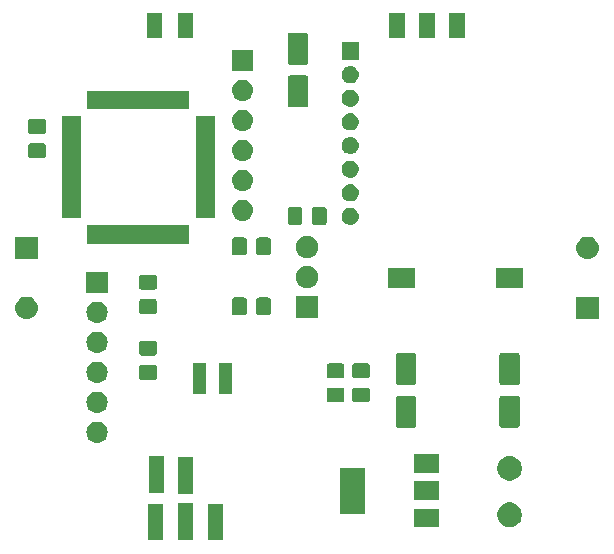
<source format=gbr>
G04 #@! TF.GenerationSoftware,KiCad,Pcbnew,(5.1.4)-1*
G04 #@! TF.CreationDate,2019-09-20T08:24:21+02:00*
G04 #@! TF.ProjectId,hb-rc-2-pbu-led,68622d72-632d-4322-9d70-62752d6c6564,rev?*
G04 #@! TF.SameCoordinates,Original*
G04 #@! TF.FileFunction,Soldermask,Top*
G04 #@! TF.FilePolarity,Negative*
%FSLAX46Y46*%
G04 Gerber Fmt 4.6, Leading zero omitted, Abs format (unit mm)*
G04 Created by KiCad (PCBNEW (5.1.4)-1) date 2019-09-20 08:24:21*
%MOMM*%
%LPD*%
G04 APERTURE LIST*
%ADD10C,0.100000*%
G04 APERTURE END LIST*
D10*
G36*
X95139000Y-97778900D02*
G01*
X93837000Y-97778900D01*
X93837000Y-94676900D01*
X95139000Y-94676900D01*
X95139000Y-97778900D01*
X95139000Y-97778900D01*
G37*
G36*
X90033600Y-97778900D02*
G01*
X88731600Y-97778900D01*
X88731600Y-94676900D01*
X90033600Y-94676900D01*
X90033600Y-97778900D01*
X90033600Y-97778900D01*
G37*
G36*
X92573600Y-97766200D02*
G01*
X91271600Y-97766200D01*
X91271600Y-94664200D01*
X92573600Y-94664200D01*
X92573600Y-97766200D01*
X92573600Y-97766200D01*
G37*
G36*
X113421000Y-96700000D02*
G01*
X111319000Y-96700000D01*
X111319000Y-95098000D01*
X113421000Y-95098000D01*
X113421000Y-96700000D01*
X113421000Y-96700000D01*
G37*
G36*
X119686564Y-94620389D02*
G01*
X119877833Y-94699615D01*
X119877835Y-94699616D01*
X120049973Y-94814635D01*
X120196365Y-94961027D01*
X120311385Y-95133167D01*
X120390611Y-95324436D01*
X120431000Y-95527484D01*
X120431000Y-95734516D01*
X120390611Y-95937564D01*
X120311385Y-96128833D01*
X120311384Y-96128835D01*
X120196365Y-96300973D01*
X120049973Y-96447365D01*
X119877835Y-96562384D01*
X119877834Y-96562385D01*
X119877833Y-96562385D01*
X119686564Y-96641611D01*
X119483516Y-96682000D01*
X119276484Y-96682000D01*
X119073436Y-96641611D01*
X118882167Y-96562385D01*
X118882166Y-96562385D01*
X118882165Y-96562384D01*
X118710027Y-96447365D01*
X118563635Y-96300973D01*
X118448616Y-96128835D01*
X118448615Y-96128833D01*
X118369389Y-95937564D01*
X118329000Y-95734516D01*
X118329000Y-95527484D01*
X118369389Y-95324436D01*
X118448615Y-95133167D01*
X118563635Y-94961027D01*
X118710027Y-94814635D01*
X118882165Y-94699616D01*
X118882167Y-94699615D01*
X119073436Y-94620389D01*
X119276484Y-94580000D01*
X119483516Y-94580000D01*
X119686564Y-94620389D01*
X119686564Y-94620389D01*
G37*
G36*
X107121000Y-95550000D02*
G01*
X105019000Y-95550000D01*
X105019000Y-91648000D01*
X107121000Y-91648000D01*
X107121000Y-95550000D01*
X107121000Y-95550000D01*
G37*
G36*
X113421000Y-94400000D02*
G01*
X111319000Y-94400000D01*
X111319000Y-92798000D01*
X113421000Y-92798000D01*
X113421000Y-94400000D01*
X113421000Y-94400000D01*
G37*
G36*
X92573600Y-93829200D02*
G01*
X91271600Y-93829200D01*
X91271600Y-90727200D01*
X92573600Y-90727200D01*
X92573600Y-93829200D01*
X92573600Y-93829200D01*
G37*
G36*
X90160600Y-93753000D02*
G01*
X88858600Y-93753000D01*
X88858600Y-90651000D01*
X90160600Y-90651000D01*
X90160600Y-93753000D01*
X90160600Y-93753000D01*
G37*
G36*
X119686564Y-90683389D02*
G01*
X119792333Y-90727200D01*
X119877835Y-90762616D01*
X120049973Y-90877635D01*
X120196365Y-91024027D01*
X120311385Y-91196167D01*
X120390611Y-91387436D01*
X120431000Y-91590484D01*
X120431000Y-91797516D01*
X120390611Y-92000564D01*
X120349423Y-92100000D01*
X120311384Y-92191835D01*
X120196365Y-92363973D01*
X120049973Y-92510365D01*
X119877835Y-92625384D01*
X119877834Y-92625385D01*
X119877833Y-92625385D01*
X119686564Y-92704611D01*
X119483516Y-92745000D01*
X119276484Y-92745000D01*
X119073436Y-92704611D01*
X118882167Y-92625385D01*
X118882166Y-92625385D01*
X118882165Y-92625384D01*
X118710027Y-92510365D01*
X118563635Y-92363973D01*
X118448616Y-92191835D01*
X118410577Y-92100000D01*
X118369389Y-92000564D01*
X118329000Y-91797516D01*
X118329000Y-91590484D01*
X118369389Y-91387436D01*
X118448615Y-91196167D01*
X118563635Y-91024027D01*
X118710027Y-90877635D01*
X118882165Y-90762616D01*
X118967667Y-90727200D01*
X119073436Y-90683389D01*
X119276484Y-90643000D01*
X119483516Y-90643000D01*
X119686564Y-90683389D01*
X119686564Y-90683389D01*
G37*
G36*
X113421000Y-92100000D02*
G01*
X111319000Y-92100000D01*
X111319000Y-90498000D01*
X113421000Y-90498000D01*
X113421000Y-92100000D01*
X113421000Y-92100000D01*
G37*
G36*
X84565442Y-87751518D02*
G01*
X84631627Y-87758037D01*
X84801466Y-87809557D01*
X84957991Y-87893222D01*
X84993729Y-87922552D01*
X85095186Y-88005814D01*
X85169196Y-88095997D01*
X85207778Y-88143009D01*
X85291443Y-88299534D01*
X85342963Y-88469373D01*
X85360359Y-88646000D01*
X85342963Y-88822627D01*
X85291443Y-88992466D01*
X85207778Y-89148991D01*
X85178448Y-89184729D01*
X85095186Y-89286186D01*
X84993729Y-89369448D01*
X84957991Y-89398778D01*
X84801466Y-89482443D01*
X84631627Y-89533963D01*
X84565442Y-89540482D01*
X84499260Y-89547000D01*
X84410740Y-89547000D01*
X84344558Y-89540482D01*
X84278373Y-89533963D01*
X84108534Y-89482443D01*
X83952009Y-89398778D01*
X83916271Y-89369448D01*
X83814814Y-89286186D01*
X83731552Y-89184729D01*
X83702222Y-89148991D01*
X83618557Y-88992466D01*
X83567037Y-88822627D01*
X83549641Y-88646000D01*
X83567037Y-88469373D01*
X83618557Y-88299534D01*
X83702222Y-88143009D01*
X83740804Y-88095997D01*
X83814814Y-88005814D01*
X83916271Y-87922552D01*
X83952009Y-87893222D01*
X84108534Y-87809557D01*
X84278373Y-87758037D01*
X84344558Y-87751518D01*
X84410740Y-87745000D01*
X84499260Y-87745000D01*
X84565442Y-87751518D01*
X84565442Y-87751518D01*
G37*
G36*
X120085997Y-85543051D02*
G01*
X120119652Y-85553261D01*
X120150665Y-85569838D01*
X120177851Y-85592149D01*
X120200162Y-85619335D01*
X120216739Y-85650348D01*
X120226949Y-85684003D01*
X120231000Y-85725138D01*
X120231000Y-88054862D01*
X120226949Y-88095997D01*
X120216739Y-88129652D01*
X120200162Y-88160665D01*
X120177851Y-88187851D01*
X120150665Y-88210162D01*
X120119652Y-88226739D01*
X120085997Y-88236949D01*
X120044862Y-88241000D01*
X118715138Y-88241000D01*
X118674003Y-88236949D01*
X118640348Y-88226739D01*
X118609335Y-88210162D01*
X118582149Y-88187851D01*
X118559838Y-88160665D01*
X118543261Y-88129652D01*
X118533051Y-88095997D01*
X118529000Y-88054862D01*
X118529000Y-85725138D01*
X118533051Y-85684003D01*
X118543261Y-85650348D01*
X118559838Y-85619335D01*
X118582149Y-85592149D01*
X118609335Y-85569838D01*
X118640348Y-85553261D01*
X118674003Y-85543051D01*
X118715138Y-85539000D01*
X120044862Y-85539000D01*
X120085997Y-85543051D01*
X120085997Y-85543051D01*
G37*
G36*
X111322997Y-85543051D02*
G01*
X111356652Y-85553261D01*
X111387665Y-85569838D01*
X111414851Y-85592149D01*
X111437162Y-85619335D01*
X111453739Y-85650348D01*
X111463949Y-85684003D01*
X111468000Y-85725138D01*
X111468000Y-88054862D01*
X111463949Y-88095997D01*
X111453739Y-88129652D01*
X111437162Y-88160665D01*
X111414851Y-88187851D01*
X111387665Y-88210162D01*
X111356652Y-88226739D01*
X111322997Y-88236949D01*
X111281862Y-88241000D01*
X109952138Y-88241000D01*
X109911003Y-88236949D01*
X109877348Y-88226739D01*
X109846335Y-88210162D01*
X109819149Y-88187851D01*
X109796838Y-88160665D01*
X109780261Y-88129652D01*
X109770051Y-88095997D01*
X109766000Y-88054862D01*
X109766000Y-85725138D01*
X109770051Y-85684003D01*
X109780261Y-85650348D01*
X109796838Y-85619335D01*
X109819149Y-85592149D01*
X109846335Y-85569838D01*
X109877348Y-85553261D01*
X109911003Y-85543051D01*
X109952138Y-85539000D01*
X111281862Y-85539000D01*
X111322997Y-85543051D01*
X111322997Y-85543051D01*
G37*
G36*
X84565443Y-85211519D02*
G01*
X84631627Y-85218037D01*
X84801466Y-85269557D01*
X84957991Y-85353222D01*
X84993729Y-85382552D01*
X85095186Y-85465814D01*
X85166951Y-85553261D01*
X85207778Y-85603009D01*
X85291443Y-85759534D01*
X85342963Y-85929373D01*
X85360359Y-86106000D01*
X85342963Y-86282627D01*
X85291443Y-86452466D01*
X85207778Y-86608991D01*
X85178448Y-86644729D01*
X85095186Y-86746186D01*
X84993729Y-86829448D01*
X84957991Y-86858778D01*
X84801466Y-86942443D01*
X84631627Y-86993963D01*
X84565442Y-87000482D01*
X84499260Y-87007000D01*
X84410740Y-87007000D01*
X84344558Y-87000482D01*
X84278373Y-86993963D01*
X84108534Y-86942443D01*
X83952009Y-86858778D01*
X83916271Y-86829448D01*
X83814814Y-86746186D01*
X83731552Y-86644729D01*
X83702222Y-86608991D01*
X83618557Y-86452466D01*
X83567037Y-86282627D01*
X83549641Y-86106000D01*
X83567037Y-85929373D01*
X83618557Y-85759534D01*
X83702222Y-85603009D01*
X83743049Y-85553261D01*
X83814814Y-85465814D01*
X83916271Y-85382552D01*
X83952009Y-85353222D01*
X84108534Y-85269557D01*
X84278373Y-85218037D01*
X84344557Y-85211519D01*
X84410740Y-85205000D01*
X84499260Y-85205000D01*
X84565443Y-85211519D01*
X84565443Y-85211519D01*
G37*
G36*
X107395674Y-84858465D02*
G01*
X107433367Y-84869899D01*
X107468103Y-84888466D01*
X107498548Y-84913452D01*
X107523534Y-84943897D01*
X107542101Y-84978633D01*
X107553535Y-85016326D01*
X107558000Y-85061661D01*
X107558000Y-85898339D01*
X107553535Y-85943674D01*
X107542101Y-85981367D01*
X107523534Y-86016103D01*
X107498548Y-86046548D01*
X107468103Y-86071534D01*
X107433367Y-86090101D01*
X107395674Y-86101535D01*
X107350339Y-86106000D01*
X106263661Y-86106000D01*
X106218326Y-86101535D01*
X106180633Y-86090101D01*
X106145897Y-86071534D01*
X106115452Y-86046548D01*
X106090466Y-86016103D01*
X106071899Y-85981367D01*
X106060465Y-85943674D01*
X106056000Y-85898339D01*
X106056000Y-85061661D01*
X106060465Y-85016326D01*
X106071899Y-84978633D01*
X106090466Y-84943897D01*
X106115452Y-84913452D01*
X106145897Y-84888466D01*
X106180633Y-84869899D01*
X106218326Y-84858465D01*
X106263661Y-84854000D01*
X107350339Y-84854000D01*
X107395674Y-84858465D01*
X107395674Y-84858465D01*
G37*
G36*
X105236674Y-84858465D02*
G01*
X105274367Y-84869899D01*
X105309103Y-84888466D01*
X105339548Y-84913452D01*
X105364534Y-84943897D01*
X105383101Y-84978633D01*
X105394535Y-85016326D01*
X105399000Y-85061661D01*
X105399000Y-85898339D01*
X105394535Y-85943674D01*
X105383101Y-85981367D01*
X105364534Y-86016103D01*
X105339548Y-86046548D01*
X105309103Y-86071534D01*
X105274367Y-86090101D01*
X105236674Y-86101535D01*
X105191339Y-86106000D01*
X104104661Y-86106000D01*
X104059326Y-86101535D01*
X104021633Y-86090101D01*
X103986897Y-86071534D01*
X103956452Y-86046548D01*
X103931466Y-86016103D01*
X103912899Y-85981367D01*
X103901465Y-85943674D01*
X103897000Y-85898339D01*
X103897000Y-85061661D01*
X103901465Y-85016326D01*
X103912899Y-84978633D01*
X103931466Y-84943897D01*
X103956452Y-84913452D01*
X103986897Y-84888466D01*
X104021633Y-84869899D01*
X104059326Y-84858465D01*
X104104661Y-84854000D01*
X105191339Y-84854000D01*
X105236674Y-84858465D01*
X105236674Y-84858465D01*
G37*
G36*
X95915000Y-85400000D02*
G01*
X94753000Y-85400000D01*
X94753000Y-82748000D01*
X95915000Y-82748000D01*
X95915000Y-85400000D01*
X95915000Y-85400000D01*
G37*
G36*
X93715000Y-85400000D02*
G01*
X92553000Y-85400000D01*
X92553000Y-82748000D01*
X93715000Y-82748000D01*
X93715000Y-85400000D01*
X93715000Y-85400000D01*
G37*
G36*
X111322997Y-81943051D02*
G01*
X111356652Y-81953261D01*
X111387665Y-81969838D01*
X111414851Y-81992149D01*
X111437162Y-82019335D01*
X111453739Y-82050348D01*
X111463949Y-82084003D01*
X111468000Y-82125138D01*
X111468000Y-84454862D01*
X111463949Y-84495997D01*
X111453739Y-84529652D01*
X111437162Y-84560665D01*
X111414851Y-84587851D01*
X111387665Y-84610162D01*
X111356652Y-84626739D01*
X111322997Y-84636949D01*
X111281862Y-84641000D01*
X109952138Y-84641000D01*
X109911003Y-84636949D01*
X109877348Y-84626739D01*
X109846335Y-84610162D01*
X109819149Y-84587851D01*
X109796838Y-84560665D01*
X109780261Y-84529652D01*
X109770051Y-84495997D01*
X109766000Y-84454862D01*
X109766000Y-82125138D01*
X109770051Y-82084003D01*
X109780261Y-82050348D01*
X109796838Y-82019335D01*
X109819149Y-81992149D01*
X109846335Y-81969838D01*
X109877348Y-81953261D01*
X109911003Y-81943051D01*
X109952138Y-81939000D01*
X111281862Y-81939000D01*
X111322997Y-81943051D01*
X111322997Y-81943051D01*
G37*
G36*
X120085997Y-81943051D02*
G01*
X120119652Y-81953261D01*
X120150665Y-81969838D01*
X120177851Y-81992149D01*
X120200162Y-82019335D01*
X120216739Y-82050348D01*
X120226949Y-82084003D01*
X120231000Y-82125138D01*
X120231000Y-84454862D01*
X120226949Y-84495997D01*
X120216739Y-84529652D01*
X120200162Y-84560665D01*
X120177851Y-84587851D01*
X120150665Y-84610162D01*
X120119652Y-84626739D01*
X120085997Y-84636949D01*
X120044862Y-84641000D01*
X118715138Y-84641000D01*
X118674003Y-84636949D01*
X118640348Y-84626739D01*
X118609335Y-84610162D01*
X118582149Y-84587851D01*
X118559838Y-84560665D01*
X118543261Y-84529652D01*
X118533051Y-84495997D01*
X118529000Y-84454862D01*
X118529000Y-82125138D01*
X118533051Y-82084003D01*
X118543261Y-82050348D01*
X118559838Y-82019335D01*
X118582149Y-81992149D01*
X118609335Y-81969838D01*
X118640348Y-81953261D01*
X118674003Y-81943051D01*
X118715138Y-81939000D01*
X120044862Y-81939000D01*
X120085997Y-81943051D01*
X120085997Y-81943051D01*
G37*
G36*
X84565442Y-82671518D02*
G01*
X84631627Y-82678037D01*
X84801466Y-82729557D01*
X84957991Y-82813222D01*
X84988751Y-82838466D01*
X85095186Y-82925814D01*
X85172250Y-83019718D01*
X85207778Y-83063009D01*
X85291443Y-83219534D01*
X85342963Y-83389373D01*
X85360359Y-83566000D01*
X85342963Y-83742627D01*
X85291443Y-83912466D01*
X85207778Y-84068991D01*
X85180603Y-84102103D01*
X85095186Y-84206186D01*
X84993729Y-84289448D01*
X84957991Y-84318778D01*
X84801466Y-84402443D01*
X84631627Y-84453963D01*
X84565443Y-84460481D01*
X84499260Y-84467000D01*
X84410740Y-84467000D01*
X84344557Y-84460481D01*
X84278373Y-84453963D01*
X84108534Y-84402443D01*
X83952009Y-84318778D01*
X83916271Y-84289448D01*
X83814814Y-84206186D01*
X83729397Y-84102103D01*
X83702222Y-84068991D01*
X83618557Y-83912466D01*
X83567037Y-83742627D01*
X83549641Y-83566000D01*
X83567037Y-83389373D01*
X83618557Y-83219534D01*
X83702222Y-83063009D01*
X83737750Y-83019718D01*
X83814814Y-82925814D01*
X83921249Y-82838466D01*
X83952009Y-82813222D01*
X84108534Y-82729557D01*
X84278373Y-82678037D01*
X84344558Y-82671518D01*
X84410740Y-82665000D01*
X84499260Y-82665000D01*
X84565442Y-82671518D01*
X84565442Y-82671518D01*
G37*
G36*
X89361674Y-82944465D02*
G01*
X89399367Y-82955899D01*
X89434103Y-82974466D01*
X89464548Y-82999452D01*
X89489534Y-83029897D01*
X89508101Y-83064633D01*
X89519535Y-83102326D01*
X89524000Y-83147661D01*
X89524000Y-83984339D01*
X89519535Y-84029674D01*
X89508101Y-84067367D01*
X89489534Y-84102103D01*
X89464548Y-84132548D01*
X89434103Y-84157534D01*
X89399367Y-84176101D01*
X89361674Y-84187535D01*
X89316339Y-84192000D01*
X88229661Y-84192000D01*
X88184326Y-84187535D01*
X88146633Y-84176101D01*
X88111897Y-84157534D01*
X88081452Y-84132548D01*
X88056466Y-84102103D01*
X88037899Y-84067367D01*
X88026465Y-84029674D01*
X88022000Y-83984339D01*
X88022000Y-83147661D01*
X88026465Y-83102326D01*
X88037899Y-83064633D01*
X88056466Y-83029897D01*
X88081452Y-82999452D01*
X88111897Y-82974466D01*
X88146633Y-82955899D01*
X88184326Y-82944465D01*
X88229661Y-82940000D01*
X89316339Y-82940000D01*
X89361674Y-82944465D01*
X89361674Y-82944465D01*
G37*
G36*
X105236674Y-82808465D02*
G01*
X105274367Y-82819899D01*
X105309103Y-82838466D01*
X105339548Y-82863452D01*
X105364534Y-82893897D01*
X105383101Y-82928633D01*
X105394535Y-82966326D01*
X105399000Y-83011661D01*
X105399000Y-83848339D01*
X105394535Y-83893674D01*
X105383101Y-83931367D01*
X105364534Y-83966103D01*
X105339548Y-83996548D01*
X105309103Y-84021534D01*
X105274367Y-84040101D01*
X105236674Y-84051535D01*
X105191339Y-84056000D01*
X104104661Y-84056000D01*
X104059326Y-84051535D01*
X104021633Y-84040101D01*
X103986897Y-84021534D01*
X103956452Y-83996548D01*
X103931466Y-83966103D01*
X103912899Y-83931367D01*
X103901465Y-83893674D01*
X103897000Y-83848339D01*
X103897000Y-83011661D01*
X103901465Y-82966326D01*
X103912899Y-82928633D01*
X103931466Y-82893897D01*
X103956452Y-82863452D01*
X103986897Y-82838466D01*
X104021633Y-82819899D01*
X104059326Y-82808465D01*
X104104661Y-82804000D01*
X105191339Y-82804000D01*
X105236674Y-82808465D01*
X105236674Y-82808465D01*
G37*
G36*
X107395674Y-82808465D02*
G01*
X107433367Y-82819899D01*
X107468103Y-82838466D01*
X107498548Y-82863452D01*
X107523534Y-82893897D01*
X107542101Y-82928633D01*
X107553535Y-82966326D01*
X107558000Y-83011661D01*
X107558000Y-83848339D01*
X107553535Y-83893674D01*
X107542101Y-83931367D01*
X107523534Y-83966103D01*
X107498548Y-83996548D01*
X107468103Y-84021534D01*
X107433367Y-84040101D01*
X107395674Y-84051535D01*
X107350339Y-84056000D01*
X106263661Y-84056000D01*
X106218326Y-84051535D01*
X106180633Y-84040101D01*
X106145897Y-84021534D01*
X106115452Y-83996548D01*
X106090466Y-83966103D01*
X106071899Y-83931367D01*
X106060465Y-83893674D01*
X106056000Y-83848339D01*
X106056000Y-83011661D01*
X106060465Y-82966326D01*
X106071899Y-82928633D01*
X106090466Y-82893897D01*
X106115452Y-82863452D01*
X106145897Y-82838466D01*
X106180633Y-82819899D01*
X106218326Y-82808465D01*
X106263661Y-82804000D01*
X107350339Y-82804000D01*
X107395674Y-82808465D01*
X107395674Y-82808465D01*
G37*
G36*
X89361674Y-80894465D02*
G01*
X89399367Y-80905899D01*
X89434103Y-80924466D01*
X89464548Y-80949452D01*
X89489534Y-80979897D01*
X89508101Y-81014633D01*
X89519535Y-81052326D01*
X89524000Y-81097661D01*
X89524000Y-81934339D01*
X89519535Y-81979674D01*
X89508101Y-82017367D01*
X89489534Y-82052103D01*
X89464548Y-82082548D01*
X89434103Y-82107534D01*
X89399367Y-82126101D01*
X89361674Y-82137535D01*
X89316339Y-82142000D01*
X88229661Y-82142000D01*
X88184326Y-82137535D01*
X88146633Y-82126101D01*
X88111897Y-82107534D01*
X88081452Y-82082548D01*
X88056466Y-82052103D01*
X88037899Y-82017367D01*
X88026465Y-81979674D01*
X88022000Y-81934339D01*
X88022000Y-81097661D01*
X88026465Y-81052326D01*
X88037899Y-81014633D01*
X88056466Y-80979897D01*
X88081452Y-80949452D01*
X88111897Y-80924466D01*
X88146633Y-80905899D01*
X88184326Y-80894465D01*
X88229661Y-80890000D01*
X89316339Y-80890000D01*
X89361674Y-80894465D01*
X89361674Y-80894465D01*
G37*
G36*
X84565443Y-80131519D02*
G01*
X84631627Y-80138037D01*
X84801466Y-80189557D01*
X84957991Y-80273222D01*
X84993729Y-80302552D01*
X85095186Y-80385814D01*
X85178448Y-80487271D01*
X85207778Y-80523009D01*
X85291443Y-80679534D01*
X85342963Y-80849373D01*
X85360359Y-81026000D01*
X85342963Y-81202627D01*
X85291443Y-81372466D01*
X85207778Y-81528991D01*
X85178448Y-81564729D01*
X85095186Y-81666186D01*
X84993729Y-81749448D01*
X84957991Y-81778778D01*
X84801466Y-81862443D01*
X84631627Y-81913963D01*
X84565442Y-81920482D01*
X84499260Y-81927000D01*
X84410740Y-81927000D01*
X84344558Y-81920482D01*
X84278373Y-81913963D01*
X84108534Y-81862443D01*
X83952009Y-81778778D01*
X83916271Y-81749448D01*
X83814814Y-81666186D01*
X83731552Y-81564729D01*
X83702222Y-81528991D01*
X83618557Y-81372466D01*
X83567037Y-81202627D01*
X83549641Y-81026000D01*
X83567037Y-80849373D01*
X83618557Y-80679534D01*
X83702222Y-80523009D01*
X83731552Y-80487271D01*
X83814814Y-80385814D01*
X83916271Y-80302552D01*
X83952009Y-80273222D01*
X84108534Y-80189557D01*
X84278373Y-80138037D01*
X84344557Y-80131519D01*
X84410740Y-80125000D01*
X84499260Y-80125000D01*
X84565443Y-80131519D01*
X84565443Y-80131519D01*
G37*
G36*
X84565442Y-77591518D02*
G01*
X84631627Y-77598037D01*
X84801466Y-77649557D01*
X84957991Y-77733222D01*
X84993729Y-77762552D01*
X85095186Y-77845814D01*
X85178448Y-77947271D01*
X85207778Y-77983009D01*
X85291443Y-78139534D01*
X85342963Y-78309373D01*
X85360359Y-78486000D01*
X85342963Y-78662627D01*
X85291443Y-78832466D01*
X85207778Y-78988991D01*
X85178448Y-79024729D01*
X85095186Y-79126186D01*
X84993729Y-79209448D01*
X84957991Y-79238778D01*
X84801466Y-79322443D01*
X84631627Y-79373963D01*
X84565442Y-79380482D01*
X84499260Y-79387000D01*
X84410740Y-79387000D01*
X84344558Y-79380482D01*
X84278373Y-79373963D01*
X84108534Y-79322443D01*
X83952009Y-79238778D01*
X83916271Y-79209448D01*
X83814814Y-79126186D01*
X83731552Y-79024729D01*
X83702222Y-78988991D01*
X83618557Y-78832466D01*
X83567037Y-78662627D01*
X83549641Y-78486000D01*
X83567037Y-78309373D01*
X83618557Y-78139534D01*
X83702222Y-77983009D01*
X83731552Y-77947271D01*
X83814814Y-77845814D01*
X83916271Y-77762552D01*
X83952009Y-77733222D01*
X84108534Y-77649557D01*
X84278373Y-77598037D01*
X84344558Y-77591518D01*
X84410740Y-77585000D01*
X84499260Y-77585000D01*
X84565442Y-77591518D01*
X84565442Y-77591518D01*
G37*
G36*
X78672425Y-77167760D02*
G01*
X78672428Y-77167761D01*
X78672429Y-77167761D01*
X78851693Y-77222140D01*
X78851696Y-77222142D01*
X78851697Y-77222142D01*
X79016903Y-77310446D01*
X79161712Y-77429288D01*
X79280554Y-77574097D01*
X79368858Y-77739303D01*
X79368860Y-77739307D01*
X79423239Y-77918571D01*
X79423240Y-77918575D01*
X79441601Y-78105000D01*
X79423240Y-78291425D01*
X79423239Y-78291428D01*
X79423239Y-78291429D01*
X79368860Y-78470693D01*
X79368858Y-78470696D01*
X79368858Y-78470697D01*
X79280554Y-78635903D01*
X79161712Y-78780712D01*
X79016903Y-78899554D01*
X78851697Y-78987858D01*
X78851693Y-78987860D01*
X78672429Y-79042239D01*
X78672428Y-79042239D01*
X78672425Y-79042240D01*
X78532718Y-79056000D01*
X78439282Y-79056000D01*
X78299575Y-79042240D01*
X78299572Y-79042239D01*
X78299571Y-79042239D01*
X78120307Y-78987860D01*
X78120303Y-78987858D01*
X77955097Y-78899554D01*
X77810288Y-78780712D01*
X77691446Y-78635903D01*
X77603142Y-78470697D01*
X77603142Y-78470696D01*
X77603140Y-78470693D01*
X77548761Y-78291429D01*
X77548761Y-78291428D01*
X77548760Y-78291425D01*
X77530399Y-78105000D01*
X77548760Y-77918575D01*
X77548761Y-77918571D01*
X77603140Y-77739307D01*
X77603142Y-77739303D01*
X77691446Y-77574097D01*
X77810288Y-77429288D01*
X77955097Y-77310446D01*
X78120303Y-77222142D01*
X78120304Y-77222142D01*
X78120307Y-77222140D01*
X78299571Y-77167761D01*
X78299572Y-77167761D01*
X78299575Y-77167760D01*
X78439282Y-77154000D01*
X78532718Y-77154000D01*
X78672425Y-77167760D01*
X78672425Y-77167760D01*
G37*
G36*
X126935000Y-79056000D02*
G01*
X125033000Y-79056000D01*
X125033000Y-77154000D01*
X126935000Y-77154000D01*
X126935000Y-79056000D01*
X126935000Y-79056000D01*
G37*
G36*
X103186000Y-78979800D02*
G01*
X101284000Y-78979800D01*
X101284000Y-77077800D01*
X103186000Y-77077800D01*
X103186000Y-78979800D01*
X103186000Y-78979800D01*
G37*
G36*
X96965674Y-77231465D02*
G01*
X97003367Y-77242899D01*
X97038103Y-77261466D01*
X97068548Y-77286452D01*
X97093534Y-77316897D01*
X97112101Y-77351633D01*
X97123535Y-77389326D01*
X97128000Y-77434661D01*
X97128000Y-78521339D01*
X97123535Y-78566674D01*
X97112101Y-78604367D01*
X97093534Y-78639103D01*
X97068548Y-78669548D01*
X97038103Y-78694534D01*
X97003367Y-78713101D01*
X96965674Y-78724535D01*
X96920339Y-78729000D01*
X96083661Y-78729000D01*
X96038326Y-78724535D01*
X96000633Y-78713101D01*
X95965897Y-78694534D01*
X95935452Y-78669548D01*
X95910466Y-78639103D01*
X95891899Y-78604367D01*
X95880465Y-78566674D01*
X95876000Y-78521339D01*
X95876000Y-77434661D01*
X95880465Y-77389326D01*
X95891899Y-77351633D01*
X95910466Y-77316897D01*
X95935452Y-77286452D01*
X95965897Y-77261466D01*
X96000633Y-77242899D01*
X96038326Y-77231465D01*
X96083661Y-77227000D01*
X96920339Y-77227000D01*
X96965674Y-77231465D01*
X96965674Y-77231465D01*
G37*
G36*
X99015674Y-77231465D02*
G01*
X99053367Y-77242899D01*
X99088103Y-77261466D01*
X99118548Y-77286452D01*
X99143534Y-77316897D01*
X99162101Y-77351633D01*
X99173535Y-77389326D01*
X99178000Y-77434661D01*
X99178000Y-78521339D01*
X99173535Y-78566674D01*
X99162101Y-78604367D01*
X99143534Y-78639103D01*
X99118548Y-78669548D01*
X99088103Y-78694534D01*
X99053367Y-78713101D01*
X99015674Y-78724535D01*
X98970339Y-78729000D01*
X98133661Y-78729000D01*
X98088326Y-78724535D01*
X98050633Y-78713101D01*
X98015897Y-78694534D01*
X97985452Y-78669548D01*
X97960466Y-78639103D01*
X97941899Y-78604367D01*
X97930465Y-78566674D01*
X97926000Y-78521339D01*
X97926000Y-77434661D01*
X97930465Y-77389326D01*
X97941899Y-77351633D01*
X97960466Y-77316897D01*
X97985452Y-77286452D01*
X98015897Y-77261466D01*
X98050633Y-77242899D01*
X98088326Y-77231465D01*
X98133661Y-77227000D01*
X98970339Y-77227000D01*
X99015674Y-77231465D01*
X99015674Y-77231465D01*
G37*
G36*
X89361674Y-77365465D02*
G01*
X89399367Y-77376899D01*
X89434103Y-77395466D01*
X89464548Y-77420452D01*
X89489534Y-77450897D01*
X89508101Y-77485633D01*
X89519535Y-77523326D01*
X89524000Y-77568661D01*
X89524000Y-78405339D01*
X89519535Y-78450674D01*
X89508101Y-78488367D01*
X89489534Y-78523103D01*
X89464548Y-78553548D01*
X89434103Y-78578534D01*
X89399367Y-78597101D01*
X89361674Y-78608535D01*
X89316339Y-78613000D01*
X88229661Y-78613000D01*
X88184326Y-78608535D01*
X88146633Y-78597101D01*
X88111897Y-78578534D01*
X88081452Y-78553548D01*
X88056466Y-78523103D01*
X88037899Y-78488367D01*
X88026465Y-78450674D01*
X88022000Y-78405339D01*
X88022000Y-77568661D01*
X88026465Y-77523326D01*
X88037899Y-77485633D01*
X88056466Y-77450897D01*
X88081452Y-77420452D01*
X88111897Y-77395466D01*
X88146633Y-77376899D01*
X88184326Y-77365465D01*
X88229661Y-77361000D01*
X89316339Y-77361000D01*
X89361674Y-77365465D01*
X89361674Y-77365465D01*
G37*
G36*
X85356000Y-76847000D02*
G01*
X83554000Y-76847000D01*
X83554000Y-75045000D01*
X85356000Y-75045000D01*
X85356000Y-76847000D01*
X85356000Y-76847000D01*
G37*
G36*
X89361674Y-75315465D02*
G01*
X89399367Y-75326899D01*
X89434103Y-75345466D01*
X89464548Y-75370452D01*
X89489534Y-75400897D01*
X89508101Y-75435633D01*
X89519535Y-75473326D01*
X89524000Y-75518661D01*
X89524000Y-76355339D01*
X89519535Y-76400674D01*
X89508101Y-76438367D01*
X89489534Y-76473103D01*
X89464548Y-76503548D01*
X89434103Y-76528534D01*
X89399367Y-76547101D01*
X89361674Y-76558535D01*
X89316339Y-76563000D01*
X88229661Y-76563000D01*
X88184326Y-76558535D01*
X88146633Y-76547101D01*
X88111897Y-76528534D01*
X88081452Y-76503548D01*
X88056466Y-76473103D01*
X88037899Y-76438367D01*
X88026465Y-76400674D01*
X88022000Y-76355339D01*
X88022000Y-75518661D01*
X88026465Y-75473326D01*
X88037899Y-75435633D01*
X88056466Y-75400897D01*
X88081452Y-75370452D01*
X88111897Y-75345466D01*
X88146633Y-75326899D01*
X88184326Y-75315465D01*
X88229661Y-75311000D01*
X89316339Y-75311000D01*
X89361674Y-75315465D01*
X89361674Y-75315465D01*
G37*
G36*
X102512395Y-74574346D02*
G01*
X102685466Y-74646034D01*
X102685467Y-74646035D01*
X102841227Y-74750110D01*
X102973690Y-74882573D01*
X102973691Y-74882575D01*
X103077766Y-75038334D01*
X103149454Y-75211405D01*
X103186000Y-75395133D01*
X103186000Y-75582467D01*
X103149454Y-75766195D01*
X103077766Y-75939266D01*
X103077765Y-75939267D01*
X102973690Y-76095027D01*
X102841227Y-76227490D01*
X102762818Y-76279881D01*
X102685466Y-76331566D01*
X102512395Y-76403254D01*
X102328667Y-76439800D01*
X102141333Y-76439800D01*
X101957605Y-76403254D01*
X101784534Y-76331566D01*
X101707182Y-76279881D01*
X101628773Y-76227490D01*
X101496310Y-76095027D01*
X101392235Y-75939267D01*
X101392234Y-75939266D01*
X101320546Y-75766195D01*
X101284000Y-75582467D01*
X101284000Y-75395133D01*
X101320546Y-75211405D01*
X101392234Y-75038334D01*
X101496309Y-74882575D01*
X101496310Y-74882573D01*
X101628773Y-74750110D01*
X101784533Y-74646035D01*
X101784534Y-74646034D01*
X101957605Y-74574346D01*
X102141333Y-74537800D01*
X102328667Y-74537800D01*
X102512395Y-74574346D01*
X102512395Y-74574346D01*
G37*
G36*
X111359000Y-76416000D02*
G01*
X109077000Y-76416000D01*
X109077000Y-74714000D01*
X111359000Y-74714000D01*
X111359000Y-76416000D01*
X111359000Y-76416000D01*
G37*
G36*
X120539000Y-76416000D02*
G01*
X118257000Y-76416000D01*
X118257000Y-74714000D01*
X120539000Y-74714000D01*
X120539000Y-76416000D01*
X120539000Y-76416000D01*
G37*
G36*
X79437000Y-73976000D02*
G01*
X77535000Y-73976000D01*
X77535000Y-72074000D01*
X79437000Y-72074000D01*
X79437000Y-73976000D01*
X79437000Y-73976000D01*
G37*
G36*
X126170425Y-72087760D02*
G01*
X126170428Y-72087761D01*
X126170429Y-72087761D01*
X126349693Y-72142140D01*
X126349696Y-72142142D01*
X126349697Y-72142142D01*
X126514903Y-72230446D01*
X126659712Y-72349288D01*
X126778554Y-72494097D01*
X126866858Y-72659303D01*
X126866860Y-72659307D01*
X126881145Y-72706400D01*
X126921240Y-72838575D01*
X126939601Y-73025000D01*
X126921240Y-73211425D01*
X126921239Y-73211428D01*
X126921239Y-73211429D01*
X126866860Y-73390693D01*
X126866858Y-73390696D01*
X126866858Y-73390697D01*
X126778554Y-73555903D01*
X126659712Y-73700712D01*
X126514903Y-73819554D01*
X126349697Y-73907858D01*
X126349693Y-73907860D01*
X126170429Y-73962239D01*
X126170428Y-73962239D01*
X126170425Y-73962240D01*
X126030718Y-73976000D01*
X125937282Y-73976000D01*
X125797575Y-73962240D01*
X125797572Y-73962239D01*
X125797571Y-73962239D01*
X125618307Y-73907860D01*
X125618303Y-73907858D01*
X125453097Y-73819554D01*
X125308288Y-73700712D01*
X125189446Y-73555903D01*
X125101142Y-73390697D01*
X125101142Y-73390696D01*
X125101140Y-73390693D01*
X125046761Y-73211429D01*
X125046761Y-73211428D01*
X125046760Y-73211425D01*
X125028399Y-73025000D01*
X125046760Y-72838575D01*
X125086855Y-72706400D01*
X125101140Y-72659307D01*
X125101142Y-72659303D01*
X125189446Y-72494097D01*
X125308288Y-72349288D01*
X125453097Y-72230446D01*
X125618303Y-72142142D01*
X125618304Y-72142142D01*
X125618307Y-72142140D01*
X125797571Y-72087761D01*
X125797572Y-72087761D01*
X125797575Y-72087760D01*
X125937282Y-72074000D01*
X126030718Y-72074000D01*
X126170425Y-72087760D01*
X126170425Y-72087760D01*
G37*
G36*
X102512395Y-72034346D02*
G01*
X102685466Y-72106034D01*
X102685467Y-72106035D01*
X102841227Y-72210110D01*
X102973690Y-72342573D01*
X102981767Y-72354661D01*
X103077766Y-72498334D01*
X103149454Y-72671405D01*
X103186000Y-72855133D01*
X103186000Y-73042467D01*
X103149454Y-73226195D01*
X103077766Y-73399266D01*
X103077765Y-73399267D01*
X102973690Y-73555027D01*
X102841227Y-73687490D01*
X102762818Y-73739881D01*
X102685466Y-73791566D01*
X102512395Y-73863254D01*
X102328667Y-73899800D01*
X102141333Y-73899800D01*
X101957605Y-73863254D01*
X101784534Y-73791566D01*
X101707182Y-73739881D01*
X101628773Y-73687490D01*
X101496310Y-73555027D01*
X101392235Y-73399267D01*
X101392234Y-73399266D01*
X101320546Y-73226195D01*
X101284000Y-73042467D01*
X101284000Y-72855133D01*
X101320546Y-72671405D01*
X101392234Y-72498334D01*
X101488233Y-72354661D01*
X101496310Y-72342573D01*
X101628773Y-72210110D01*
X101784533Y-72106035D01*
X101784534Y-72106034D01*
X101957605Y-72034346D01*
X102141333Y-71997800D01*
X102328667Y-71997800D01*
X102512395Y-72034346D01*
X102512395Y-72034346D01*
G37*
G36*
X99015674Y-72151465D02*
G01*
X99053367Y-72162899D01*
X99088103Y-72181466D01*
X99118548Y-72206452D01*
X99143534Y-72236897D01*
X99162101Y-72271633D01*
X99173535Y-72309326D01*
X99178000Y-72354661D01*
X99178000Y-73441339D01*
X99173535Y-73486674D01*
X99162101Y-73524367D01*
X99143534Y-73559103D01*
X99118548Y-73589548D01*
X99088103Y-73614534D01*
X99053367Y-73633101D01*
X99015674Y-73644535D01*
X98970339Y-73649000D01*
X98133661Y-73649000D01*
X98088326Y-73644535D01*
X98050633Y-73633101D01*
X98015897Y-73614534D01*
X97985452Y-73589548D01*
X97960466Y-73559103D01*
X97941899Y-73524367D01*
X97930465Y-73486674D01*
X97926000Y-73441339D01*
X97926000Y-72354661D01*
X97930465Y-72309326D01*
X97941899Y-72271633D01*
X97960466Y-72236897D01*
X97985452Y-72206452D01*
X98015897Y-72181466D01*
X98050633Y-72162899D01*
X98088326Y-72151465D01*
X98133661Y-72147000D01*
X98970339Y-72147000D01*
X99015674Y-72151465D01*
X99015674Y-72151465D01*
G37*
G36*
X96965674Y-72151465D02*
G01*
X97003367Y-72162899D01*
X97038103Y-72181466D01*
X97068548Y-72206452D01*
X97093534Y-72236897D01*
X97112101Y-72271633D01*
X97123535Y-72309326D01*
X97128000Y-72354661D01*
X97128000Y-73441339D01*
X97123535Y-73486674D01*
X97112101Y-73524367D01*
X97093534Y-73559103D01*
X97068548Y-73589548D01*
X97038103Y-73614534D01*
X97003367Y-73633101D01*
X96965674Y-73644535D01*
X96920339Y-73649000D01*
X96083661Y-73649000D01*
X96038326Y-73644535D01*
X96000633Y-73633101D01*
X95965897Y-73614534D01*
X95935452Y-73589548D01*
X95910466Y-73559103D01*
X95891899Y-73524367D01*
X95880465Y-73486674D01*
X95876000Y-73441339D01*
X95876000Y-72354661D01*
X95880465Y-72309326D01*
X95891899Y-72271633D01*
X95910466Y-72236897D01*
X95935452Y-72206452D01*
X95965897Y-72181466D01*
X96000633Y-72162899D01*
X96038326Y-72151465D01*
X96083661Y-72147000D01*
X96920339Y-72147000D01*
X96965674Y-72151465D01*
X96965674Y-72151465D01*
G37*
G36*
X92286200Y-72706400D02*
G01*
X83634200Y-72706400D01*
X83634200Y-71104400D01*
X92286200Y-71104400D01*
X92286200Y-72706400D01*
X92286200Y-72706400D01*
G37*
G36*
X105964213Y-69640102D02*
G01*
X106035321Y-69647105D01*
X106172172Y-69688619D01*
X106172175Y-69688620D01*
X106298294Y-69756032D01*
X106408843Y-69846757D01*
X106499568Y-69957306D01*
X106566980Y-70083425D01*
X106566981Y-70083428D01*
X106608495Y-70220279D01*
X106622512Y-70362600D01*
X106608495Y-70504921D01*
X106566981Y-70641772D01*
X106566980Y-70641775D01*
X106499568Y-70767894D01*
X106408843Y-70878443D01*
X106298294Y-70969168D01*
X106172175Y-71036580D01*
X106172172Y-71036581D01*
X106035321Y-71078095D01*
X105979426Y-71083600D01*
X105928660Y-71088600D01*
X105857340Y-71088600D01*
X105806574Y-71083600D01*
X105750679Y-71078095D01*
X105613828Y-71036581D01*
X105613825Y-71036580D01*
X105487706Y-70969168D01*
X105377157Y-70878443D01*
X105286432Y-70767894D01*
X105219020Y-70641775D01*
X105219019Y-70641772D01*
X105177505Y-70504921D01*
X105163488Y-70362600D01*
X105177505Y-70220279D01*
X105219019Y-70083428D01*
X105219020Y-70083425D01*
X105286432Y-69957306D01*
X105377157Y-69846757D01*
X105487706Y-69756032D01*
X105613825Y-69688620D01*
X105613828Y-69688619D01*
X105750679Y-69647105D01*
X105821787Y-69640102D01*
X105857340Y-69636600D01*
X105928660Y-69636600D01*
X105964213Y-69640102D01*
X105964213Y-69640102D01*
G37*
G36*
X103732674Y-69586065D02*
G01*
X103770367Y-69597499D01*
X103805103Y-69616066D01*
X103835548Y-69641052D01*
X103860534Y-69671497D01*
X103879101Y-69706233D01*
X103890535Y-69743926D01*
X103895000Y-69789261D01*
X103895000Y-70875939D01*
X103890535Y-70921274D01*
X103879101Y-70958967D01*
X103860534Y-70993703D01*
X103835548Y-71024148D01*
X103805103Y-71049134D01*
X103770367Y-71067701D01*
X103732674Y-71079135D01*
X103687339Y-71083600D01*
X102850661Y-71083600D01*
X102805326Y-71079135D01*
X102767633Y-71067701D01*
X102732897Y-71049134D01*
X102702452Y-71024148D01*
X102677466Y-70993703D01*
X102658899Y-70958967D01*
X102647465Y-70921274D01*
X102643000Y-70875939D01*
X102643000Y-69789261D01*
X102647465Y-69743926D01*
X102658899Y-69706233D01*
X102677466Y-69671497D01*
X102702452Y-69641052D01*
X102732897Y-69616066D01*
X102767633Y-69597499D01*
X102805326Y-69586065D01*
X102850661Y-69581600D01*
X103687339Y-69581600D01*
X103732674Y-69586065D01*
X103732674Y-69586065D01*
G37*
G36*
X101682674Y-69586065D02*
G01*
X101720367Y-69597499D01*
X101755103Y-69616066D01*
X101785548Y-69641052D01*
X101810534Y-69671497D01*
X101829101Y-69706233D01*
X101840535Y-69743926D01*
X101845000Y-69789261D01*
X101845000Y-70875939D01*
X101840535Y-70921274D01*
X101829101Y-70958967D01*
X101810534Y-70993703D01*
X101785548Y-71024148D01*
X101755103Y-71049134D01*
X101720367Y-71067701D01*
X101682674Y-71079135D01*
X101637339Y-71083600D01*
X100800661Y-71083600D01*
X100755326Y-71079135D01*
X100717633Y-71067701D01*
X100682897Y-71049134D01*
X100652452Y-71024148D01*
X100627466Y-70993703D01*
X100608899Y-70958967D01*
X100597465Y-70921274D01*
X100593000Y-70875939D01*
X100593000Y-69789261D01*
X100597465Y-69743926D01*
X100608899Y-69706233D01*
X100627466Y-69671497D01*
X100652452Y-69641052D01*
X100682897Y-69616066D01*
X100717633Y-69597499D01*
X100755326Y-69586065D01*
X100800661Y-69581600D01*
X101637339Y-69581600D01*
X101682674Y-69586065D01*
X101682674Y-69586065D01*
G37*
G36*
X96884443Y-68955519D02*
G01*
X96950627Y-68962037D01*
X97120466Y-69013557D01*
X97276991Y-69097222D01*
X97312729Y-69126552D01*
X97414186Y-69209814D01*
X97497448Y-69311271D01*
X97526778Y-69347009D01*
X97610443Y-69503534D01*
X97661963Y-69673373D01*
X97679359Y-69850000D01*
X97661963Y-70026627D01*
X97610443Y-70196466D01*
X97526778Y-70352991D01*
X97518892Y-70362600D01*
X97414186Y-70490186D01*
X97312729Y-70573448D01*
X97276991Y-70602778D01*
X97120466Y-70686443D01*
X96950627Y-70737963D01*
X96884443Y-70744481D01*
X96818260Y-70751000D01*
X96729740Y-70751000D01*
X96663557Y-70744481D01*
X96597373Y-70737963D01*
X96427534Y-70686443D01*
X96271009Y-70602778D01*
X96235271Y-70573448D01*
X96133814Y-70490186D01*
X96029108Y-70362600D01*
X96021222Y-70352991D01*
X95937557Y-70196466D01*
X95886037Y-70026627D01*
X95868641Y-69850000D01*
X95886037Y-69673373D01*
X95937557Y-69503534D01*
X96021222Y-69347009D01*
X96050552Y-69311271D01*
X96133814Y-69209814D01*
X96235271Y-69126552D01*
X96271009Y-69097222D01*
X96427534Y-69013557D01*
X96597373Y-68962037D01*
X96663557Y-68955519D01*
X96729740Y-68949000D01*
X96818260Y-68949000D01*
X96884443Y-68955519D01*
X96884443Y-68955519D01*
G37*
G36*
X83061200Y-70531400D02*
G01*
X81459200Y-70531400D01*
X81459200Y-61879400D01*
X83061200Y-61879400D01*
X83061200Y-70531400D01*
X83061200Y-70531400D01*
G37*
G36*
X94461200Y-70531400D02*
G01*
X92859200Y-70531400D01*
X92859200Y-61879400D01*
X94461200Y-61879400D01*
X94461200Y-70531400D01*
X94461200Y-70531400D01*
G37*
G36*
X105964213Y-67640102D02*
G01*
X106035321Y-67647105D01*
X106172172Y-67688619D01*
X106172175Y-67688620D01*
X106298294Y-67756032D01*
X106408843Y-67846757D01*
X106499568Y-67957306D01*
X106566980Y-68083425D01*
X106566981Y-68083428D01*
X106608495Y-68220279D01*
X106622512Y-68362600D01*
X106608495Y-68504921D01*
X106566981Y-68641772D01*
X106566980Y-68641775D01*
X106499568Y-68767894D01*
X106408843Y-68878443D01*
X106298294Y-68969168D01*
X106172175Y-69036580D01*
X106172172Y-69036581D01*
X106035321Y-69078095D01*
X105964213Y-69085098D01*
X105928660Y-69088600D01*
X105857340Y-69088600D01*
X105821787Y-69085098D01*
X105750679Y-69078095D01*
X105613828Y-69036581D01*
X105613825Y-69036580D01*
X105487706Y-68969168D01*
X105377157Y-68878443D01*
X105286432Y-68767894D01*
X105219020Y-68641775D01*
X105219019Y-68641772D01*
X105177505Y-68504921D01*
X105163488Y-68362600D01*
X105177505Y-68220279D01*
X105219019Y-68083428D01*
X105219020Y-68083425D01*
X105286432Y-67957306D01*
X105377157Y-67846757D01*
X105487706Y-67756032D01*
X105613825Y-67688620D01*
X105613828Y-67688619D01*
X105750679Y-67647105D01*
X105821787Y-67640102D01*
X105857340Y-67636600D01*
X105928660Y-67636600D01*
X105964213Y-67640102D01*
X105964213Y-67640102D01*
G37*
G36*
X96884443Y-66415519D02*
G01*
X96950627Y-66422037D01*
X97120466Y-66473557D01*
X97276991Y-66557222D01*
X97312729Y-66586552D01*
X97414186Y-66669814D01*
X97494677Y-66767894D01*
X97526778Y-66807009D01*
X97610443Y-66963534D01*
X97661963Y-67133373D01*
X97679359Y-67310000D01*
X97661963Y-67486627D01*
X97610443Y-67656466D01*
X97526778Y-67812991D01*
X97499067Y-67846757D01*
X97414186Y-67950186D01*
X97312729Y-68033448D01*
X97276991Y-68062778D01*
X97120466Y-68146443D01*
X96950627Y-68197963D01*
X96884443Y-68204481D01*
X96818260Y-68211000D01*
X96729740Y-68211000D01*
X96663557Y-68204481D01*
X96597373Y-68197963D01*
X96427534Y-68146443D01*
X96271009Y-68062778D01*
X96235271Y-68033448D01*
X96133814Y-67950186D01*
X96048933Y-67846757D01*
X96021222Y-67812991D01*
X95937557Y-67656466D01*
X95886037Y-67486627D01*
X95868641Y-67310000D01*
X95886037Y-67133373D01*
X95937557Y-66963534D01*
X96021222Y-66807009D01*
X96053323Y-66767894D01*
X96133814Y-66669814D01*
X96235271Y-66586552D01*
X96271009Y-66557222D01*
X96427534Y-66473557D01*
X96597373Y-66422037D01*
X96663557Y-66415519D01*
X96729740Y-66409000D01*
X96818260Y-66409000D01*
X96884443Y-66415519D01*
X96884443Y-66415519D01*
G37*
G36*
X105964213Y-65640102D02*
G01*
X106035321Y-65647105D01*
X106172172Y-65688619D01*
X106172175Y-65688620D01*
X106298294Y-65756032D01*
X106408843Y-65846757D01*
X106499568Y-65957306D01*
X106566980Y-66083425D01*
X106566981Y-66083428D01*
X106608495Y-66220279D01*
X106622512Y-66362600D01*
X106608495Y-66504921D01*
X106592629Y-66557222D01*
X106566980Y-66641775D01*
X106499568Y-66767894D01*
X106408843Y-66878443D01*
X106298294Y-66969168D01*
X106172175Y-67036580D01*
X106172172Y-67036581D01*
X106035321Y-67078095D01*
X105964213Y-67085098D01*
X105928660Y-67088600D01*
X105857340Y-67088600D01*
X105821787Y-67085098D01*
X105750679Y-67078095D01*
X105613828Y-67036581D01*
X105613825Y-67036580D01*
X105487706Y-66969168D01*
X105377157Y-66878443D01*
X105286432Y-66767894D01*
X105219020Y-66641775D01*
X105193371Y-66557222D01*
X105177505Y-66504921D01*
X105163488Y-66362600D01*
X105177505Y-66220279D01*
X105219019Y-66083428D01*
X105219020Y-66083425D01*
X105286432Y-65957306D01*
X105377157Y-65846757D01*
X105487706Y-65756032D01*
X105613825Y-65688620D01*
X105613828Y-65688619D01*
X105750679Y-65647105D01*
X105821787Y-65640102D01*
X105857340Y-65636600D01*
X105928660Y-65636600D01*
X105964213Y-65640102D01*
X105964213Y-65640102D01*
G37*
G36*
X96884442Y-63875518D02*
G01*
X96950627Y-63882037D01*
X97120466Y-63933557D01*
X97276991Y-64017222D01*
X97312729Y-64046552D01*
X97414186Y-64129814D01*
X97488429Y-64220281D01*
X97526778Y-64267009D01*
X97541223Y-64294033D01*
X97585603Y-64377061D01*
X97610443Y-64423534D01*
X97661963Y-64593373D01*
X97679359Y-64770000D01*
X97661963Y-64946627D01*
X97610443Y-65116466D01*
X97526778Y-65272991D01*
X97507265Y-65296767D01*
X97414186Y-65410186D01*
X97312729Y-65493448D01*
X97276991Y-65522778D01*
X97120466Y-65606443D01*
X96950627Y-65657963D01*
X96884442Y-65664482D01*
X96818260Y-65671000D01*
X96729740Y-65671000D01*
X96663558Y-65664482D01*
X96597373Y-65657963D01*
X96427534Y-65606443D01*
X96271009Y-65522778D01*
X96235271Y-65493448D01*
X96133814Y-65410186D01*
X96040735Y-65296767D01*
X96021222Y-65272991D01*
X95937557Y-65116466D01*
X95886037Y-64946627D01*
X95868641Y-64770000D01*
X95886037Y-64593373D01*
X95937557Y-64423534D01*
X95962398Y-64377061D01*
X96006777Y-64294033D01*
X96021222Y-64267009D01*
X96059571Y-64220281D01*
X96133814Y-64129814D01*
X96235271Y-64046552D01*
X96271009Y-64017222D01*
X96427534Y-63933557D01*
X96597373Y-63882037D01*
X96663558Y-63875518D01*
X96729740Y-63869000D01*
X96818260Y-63869000D01*
X96884442Y-63875518D01*
X96884442Y-63875518D01*
G37*
G36*
X79963674Y-64173865D02*
G01*
X80001367Y-64185299D01*
X80036103Y-64203866D01*
X80066548Y-64228852D01*
X80091534Y-64259297D01*
X80110101Y-64294033D01*
X80121535Y-64331726D01*
X80126000Y-64377061D01*
X80126000Y-65213739D01*
X80121535Y-65259074D01*
X80110101Y-65296767D01*
X80091534Y-65331503D01*
X80066548Y-65361948D01*
X80036103Y-65386934D01*
X80001367Y-65405501D01*
X79963674Y-65416935D01*
X79918339Y-65421400D01*
X78831661Y-65421400D01*
X78786326Y-65416935D01*
X78748633Y-65405501D01*
X78713897Y-65386934D01*
X78683452Y-65361948D01*
X78658466Y-65331503D01*
X78639899Y-65296767D01*
X78628465Y-65259074D01*
X78624000Y-65213739D01*
X78624000Y-64377061D01*
X78628465Y-64331726D01*
X78639899Y-64294033D01*
X78658466Y-64259297D01*
X78683452Y-64228852D01*
X78713897Y-64203866D01*
X78748633Y-64185299D01*
X78786326Y-64173865D01*
X78831661Y-64169400D01*
X79918339Y-64169400D01*
X79963674Y-64173865D01*
X79963674Y-64173865D01*
G37*
G36*
X105964213Y-63640102D02*
G01*
X106035321Y-63647105D01*
X106172172Y-63688619D01*
X106172175Y-63688620D01*
X106298294Y-63756032D01*
X106408843Y-63846757D01*
X106499568Y-63957306D01*
X106566980Y-64083425D01*
X106566981Y-64083428D01*
X106608495Y-64220279D01*
X106622512Y-64362600D01*
X106608495Y-64504921D01*
X106581663Y-64593373D01*
X106566980Y-64641775D01*
X106499568Y-64767894D01*
X106408843Y-64878443D01*
X106298294Y-64969168D01*
X106172175Y-65036580D01*
X106172172Y-65036581D01*
X106035321Y-65078095D01*
X105964213Y-65085098D01*
X105928660Y-65088600D01*
X105857340Y-65088600D01*
X105821787Y-65085098D01*
X105750679Y-65078095D01*
X105613828Y-65036581D01*
X105613825Y-65036580D01*
X105487706Y-64969168D01*
X105377157Y-64878443D01*
X105286432Y-64767894D01*
X105219020Y-64641775D01*
X105204337Y-64593373D01*
X105177505Y-64504921D01*
X105163488Y-64362600D01*
X105177505Y-64220279D01*
X105219019Y-64083428D01*
X105219020Y-64083425D01*
X105286432Y-63957306D01*
X105377157Y-63846757D01*
X105487706Y-63756032D01*
X105613825Y-63688620D01*
X105613828Y-63688619D01*
X105750679Y-63647105D01*
X105821787Y-63640102D01*
X105857340Y-63636600D01*
X105928660Y-63636600D01*
X105964213Y-63640102D01*
X105964213Y-63640102D01*
G37*
G36*
X79963674Y-62123865D02*
G01*
X80001367Y-62135299D01*
X80036103Y-62153866D01*
X80066548Y-62178852D01*
X80091534Y-62209297D01*
X80110101Y-62244033D01*
X80121535Y-62281726D01*
X80126000Y-62327061D01*
X80126000Y-63163739D01*
X80121535Y-63209074D01*
X80110101Y-63246767D01*
X80091534Y-63281503D01*
X80066548Y-63311948D01*
X80036103Y-63336934D01*
X80001367Y-63355501D01*
X79963674Y-63366935D01*
X79918339Y-63371400D01*
X78831661Y-63371400D01*
X78786326Y-63366935D01*
X78748633Y-63355501D01*
X78713897Y-63336934D01*
X78683452Y-63311948D01*
X78658466Y-63281503D01*
X78639899Y-63246767D01*
X78628465Y-63209074D01*
X78624000Y-63163739D01*
X78624000Y-62327061D01*
X78628465Y-62281726D01*
X78639899Y-62244033D01*
X78658466Y-62209297D01*
X78683452Y-62178852D01*
X78713897Y-62153866D01*
X78748633Y-62135299D01*
X78786326Y-62123865D01*
X78831661Y-62119400D01*
X79918339Y-62119400D01*
X79963674Y-62123865D01*
X79963674Y-62123865D01*
G37*
G36*
X96884443Y-61335519D02*
G01*
X96950627Y-61342037D01*
X97120466Y-61393557D01*
X97276991Y-61477222D01*
X97312729Y-61506552D01*
X97414186Y-61589814D01*
X97495272Y-61688619D01*
X97526778Y-61727009D01*
X97610443Y-61883534D01*
X97661963Y-62053373D01*
X97679359Y-62230000D01*
X97661963Y-62406627D01*
X97610443Y-62576466D01*
X97526778Y-62732991D01*
X97498134Y-62767894D01*
X97414186Y-62870186D01*
X97312729Y-62953448D01*
X97276991Y-62982778D01*
X97120466Y-63066443D01*
X96950627Y-63117963D01*
X96884443Y-63124481D01*
X96818260Y-63131000D01*
X96729740Y-63131000D01*
X96663557Y-63124481D01*
X96597373Y-63117963D01*
X96427534Y-63066443D01*
X96271009Y-62982778D01*
X96235271Y-62953448D01*
X96133814Y-62870186D01*
X96049866Y-62767894D01*
X96021222Y-62732991D01*
X95937557Y-62576466D01*
X95886037Y-62406627D01*
X95868641Y-62230000D01*
X95886037Y-62053373D01*
X95937557Y-61883534D01*
X96021222Y-61727009D01*
X96052728Y-61688619D01*
X96133814Y-61589814D01*
X96235271Y-61506552D01*
X96271009Y-61477222D01*
X96427534Y-61393557D01*
X96597373Y-61342037D01*
X96663557Y-61335519D01*
X96729740Y-61329000D01*
X96818260Y-61329000D01*
X96884443Y-61335519D01*
X96884443Y-61335519D01*
G37*
G36*
X105964213Y-61640102D02*
G01*
X106035321Y-61647105D01*
X106172172Y-61688619D01*
X106172175Y-61688620D01*
X106298294Y-61756032D01*
X106408843Y-61846757D01*
X106499568Y-61957306D01*
X106566980Y-62083425D01*
X106566981Y-62083428D01*
X106608495Y-62220279D01*
X106622512Y-62362600D01*
X106608495Y-62504921D01*
X106586791Y-62576468D01*
X106566980Y-62641775D01*
X106499568Y-62767894D01*
X106408843Y-62878443D01*
X106298294Y-62969168D01*
X106172175Y-63036580D01*
X106172172Y-63036581D01*
X106035321Y-63078095D01*
X105964213Y-63085098D01*
X105928660Y-63088600D01*
X105857340Y-63088600D01*
X105821787Y-63085098D01*
X105750679Y-63078095D01*
X105613828Y-63036581D01*
X105613825Y-63036580D01*
X105487706Y-62969168D01*
X105377157Y-62878443D01*
X105286432Y-62767894D01*
X105219020Y-62641775D01*
X105199209Y-62576468D01*
X105177505Y-62504921D01*
X105163488Y-62362600D01*
X105177505Y-62220279D01*
X105219019Y-62083428D01*
X105219020Y-62083425D01*
X105286432Y-61957306D01*
X105377157Y-61846757D01*
X105487706Y-61756032D01*
X105613825Y-61688620D01*
X105613828Y-61688619D01*
X105750679Y-61647105D01*
X105821787Y-61640102D01*
X105857340Y-61636600D01*
X105928660Y-61636600D01*
X105964213Y-61640102D01*
X105964213Y-61640102D01*
G37*
G36*
X92286200Y-61306400D02*
G01*
X83634200Y-61306400D01*
X83634200Y-59704400D01*
X92286200Y-59704400D01*
X92286200Y-61306400D01*
X92286200Y-61306400D01*
G37*
G36*
X102165997Y-58428551D02*
G01*
X102199652Y-58438761D01*
X102230665Y-58455338D01*
X102257851Y-58477649D01*
X102280162Y-58504835D01*
X102296739Y-58535848D01*
X102306949Y-58569503D01*
X102311000Y-58610638D01*
X102311000Y-60940362D01*
X102306949Y-60981497D01*
X102296739Y-61015152D01*
X102280162Y-61046165D01*
X102257851Y-61073351D01*
X102230665Y-61095662D01*
X102199652Y-61112239D01*
X102165997Y-61122449D01*
X102124862Y-61126500D01*
X100795138Y-61126500D01*
X100754003Y-61122449D01*
X100720348Y-61112239D01*
X100689335Y-61095662D01*
X100662149Y-61073351D01*
X100639838Y-61046165D01*
X100623261Y-61015152D01*
X100613051Y-60981497D01*
X100609000Y-60940362D01*
X100609000Y-58610638D01*
X100613051Y-58569503D01*
X100623261Y-58535848D01*
X100639838Y-58504835D01*
X100662149Y-58477649D01*
X100689335Y-58455338D01*
X100720348Y-58438761D01*
X100754003Y-58428551D01*
X100795138Y-58424500D01*
X102124862Y-58424500D01*
X102165997Y-58428551D01*
X102165997Y-58428551D01*
G37*
G36*
X105964213Y-59640102D02*
G01*
X106035321Y-59647105D01*
X106172172Y-59688619D01*
X106172175Y-59688620D01*
X106298294Y-59756032D01*
X106408843Y-59846757D01*
X106499568Y-59957306D01*
X106566980Y-60083425D01*
X106566981Y-60083428D01*
X106608495Y-60220279D01*
X106622512Y-60362600D01*
X106608495Y-60504921D01*
X106566981Y-60641772D01*
X106566980Y-60641775D01*
X106499568Y-60767894D01*
X106408843Y-60878443D01*
X106298294Y-60969168D01*
X106172175Y-61036580D01*
X106172172Y-61036581D01*
X106035321Y-61078095D01*
X105964213Y-61085098D01*
X105928660Y-61088600D01*
X105857340Y-61088600D01*
X105821787Y-61085098D01*
X105750679Y-61078095D01*
X105613828Y-61036581D01*
X105613825Y-61036580D01*
X105487706Y-60969168D01*
X105377157Y-60878443D01*
X105286432Y-60767894D01*
X105219020Y-60641775D01*
X105219019Y-60641772D01*
X105177505Y-60504921D01*
X105163488Y-60362600D01*
X105177505Y-60220279D01*
X105219019Y-60083428D01*
X105219020Y-60083425D01*
X105286432Y-59957306D01*
X105377157Y-59846757D01*
X105487706Y-59756032D01*
X105613825Y-59688620D01*
X105613828Y-59688619D01*
X105750679Y-59647105D01*
X105821787Y-59640102D01*
X105857340Y-59636600D01*
X105928660Y-59636600D01*
X105964213Y-59640102D01*
X105964213Y-59640102D01*
G37*
G36*
X96884442Y-58795518D02*
G01*
X96950627Y-58802037D01*
X97120466Y-58853557D01*
X97276991Y-58937222D01*
X97312729Y-58966552D01*
X97414186Y-59049814D01*
X97497448Y-59151271D01*
X97526778Y-59187009D01*
X97610443Y-59343534D01*
X97661963Y-59513373D01*
X97679359Y-59690000D01*
X97661963Y-59866627D01*
X97610443Y-60036466D01*
X97526778Y-60192991D01*
X97497448Y-60228729D01*
X97414186Y-60330186D01*
X97312729Y-60413448D01*
X97276991Y-60442778D01*
X97120466Y-60526443D01*
X96950627Y-60577963D01*
X96884443Y-60584481D01*
X96818260Y-60591000D01*
X96729740Y-60591000D01*
X96663557Y-60584481D01*
X96597373Y-60577963D01*
X96427534Y-60526443D01*
X96271009Y-60442778D01*
X96235271Y-60413448D01*
X96133814Y-60330186D01*
X96050552Y-60228729D01*
X96021222Y-60192991D01*
X95937557Y-60036466D01*
X95886037Y-59866627D01*
X95868641Y-59690000D01*
X95886037Y-59513373D01*
X95937557Y-59343534D01*
X96021222Y-59187009D01*
X96050552Y-59151271D01*
X96133814Y-59049814D01*
X96235271Y-58966552D01*
X96271009Y-58937222D01*
X96427534Y-58853557D01*
X96597373Y-58802037D01*
X96663558Y-58795518D01*
X96729740Y-58789000D01*
X96818260Y-58789000D01*
X96884442Y-58795518D01*
X96884442Y-58795518D01*
G37*
G36*
X105964213Y-57640102D02*
G01*
X106035321Y-57647105D01*
X106172172Y-57688619D01*
X106172175Y-57688620D01*
X106298294Y-57756032D01*
X106408843Y-57846757D01*
X106499568Y-57957306D01*
X106566980Y-58083425D01*
X106566981Y-58083428D01*
X106608495Y-58220279D01*
X106622512Y-58362600D01*
X106608495Y-58504921D01*
X106567957Y-58638555D01*
X106566980Y-58641775D01*
X106499568Y-58767894D01*
X106408843Y-58878443D01*
X106298294Y-58969168D01*
X106172175Y-59036580D01*
X106172172Y-59036581D01*
X106035321Y-59078095D01*
X105964213Y-59085098D01*
X105928660Y-59088600D01*
X105857340Y-59088600D01*
X105821787Y-59085098D01*
X105750679Y-59078095D01*
X105613828Y-59036581D01*
X105613825Y-59036580D01*
X105487706Y-58969168D01*
X105377157Y-58878443D01*
X105286432Y-58767894D01*
X105219020Y-58641775D01*
X105218043Y-58638555D01*
X105177505Y-58504921D01*
X105163488Y-58362600D01*
X105177505Y-58220279D01*
X105219019Y-58083428D01*
X105219020Y-58083425D01*
X105286432Y-57957306D01*
X105377157Y-57846757D01*
X105487706Y-57756032D01*
X105613825Y-57688620D01*
X105613828Y-57688619D01*
X105750679Y-57647105D01*
X105821787Y-57640102D01*
X105857340Y-57636600D01*
X105928660Y-57636600D01*
X105964213Y-57640102D01*
X105964213Y-57640102D01*
G37*
G36*
X97675000Y-58051000D02*
G01*
X95873000Y-58051000D01*
X95873000Y-56249000D01*
X97675000Y-56249000D01*
X97675000Y-58051000D01*
X97675000Y-58051000D01*
G37*
G36*
X102165997Y-54828551D02*
G01*
X102199652Y-54838761D01*
X102230665Y-54855338D01*
X102257851Y-54877649D01*
X102280162Y-54904835D01*
X102296739Y-54935848D01*
X102306949Y-54969503D01*
X102311000Y-55010638D01*
X102311000Y-57340362D01*
X102306949Y-57381497D01*
X102296739Y-57415152D01*
X102280162Y-57446165D01*
X102257851Y-57473351D01*
X102230665Y-57495662D01*
X102199652Y-57512239D01*
X102165997Y-57522449D01*
X102124862Y-57526500D01*
X100795138Y-57526500D01*
X100754003Y-57522449D01*
X100720348Y-57512239D01*
X100689335Y-57495662D01*
X100662149Y-57473351D01*
X100639838Y-57446165D01*
X100623261Y-57415152D01*
X100613051Y-57381497D01*
X100609000Y-57340362D01*
X100609000Y-55010638D01*
X100613051Y-54969503D01*
X100623261Y-54935848D01*
X100639838Y-54904835D01*
X100662149Y-54877649D01*
X100689335Y-54855338D01*
X100720348Y-54838761D01*
X100754003Y-54828551D01*
X100795138Y-54824500D01*
X102124862Y-54824500D01*
X102165997Y-54828551D01*
X102165997Y-54828551D01*
G37*
G36*
X106619000Y-57088600D02*
G01*
X105167000Y-57088600D01*
X105167000Y-55636600D01*
X106619000Y-55636600D01*
X106619000Y-57088600D01*
X106619000Y-57088600D01*
G37*
G36*
X110506000Y-55280000D02*
G01*
X109204000Y-55280000D01*
X109204000Y-53178000D01*
X110506000Y-53178000D01*
X110506000Y-55280000D01*
X110506000Y-55280000D01*
G37*
G36*
X113046000Y-55280000D02*
G01*
X111744000Y-55280000D01*
X111744000Y-53178000D01*
X113046000Y-53178000D01*
X113046000Y-55280000D01*
X113046000Y-55280000D01*
G37*
G36*
X89995500Y-55280000D02*
G01*
X88693500Y-55280000D01*
X88693500Y-53178000D01*
X89995500Y-53178000D01*
X89995500Y-55280000D01*
X89995500Y-55280000D01*
G37*
G36*
X92599000Y-55280000D02*
G01*
X91297000Y-55280000D01*
X91297000Y-53178000D01*
X92599000Y-53178000D01*
X92599000Y-55280000D01*
X92599000Y-55280000D01*
G37*
G36*
X115586000Y-55280000D02*
G01*
X114284000Y-55280000D01*
X114284000Y-53178000D01*
X115586000Y-53178000D01*
X115586000Y-55280000D01*
X115586000Y-55280000D01*
G37*
M02*

</source>
